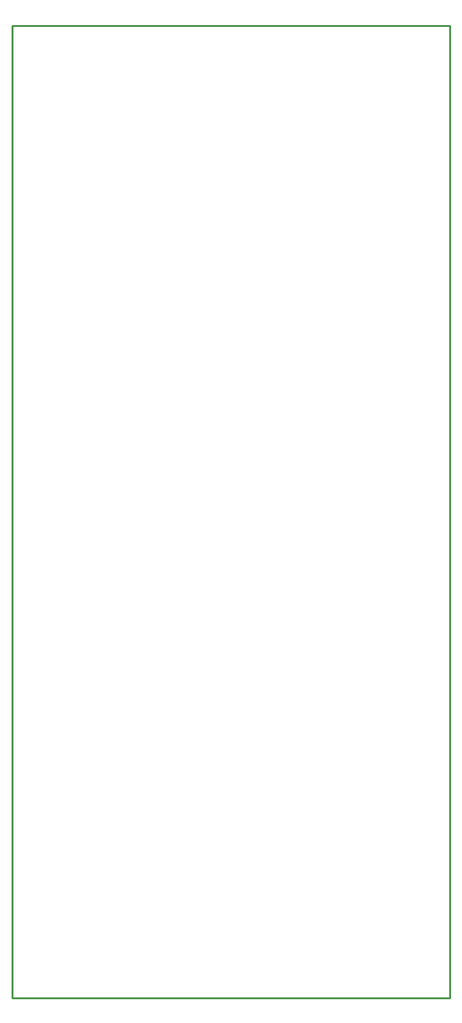
<source format=gm1>
G04 #@! TF.GenerationSoftware,KiCad,Pcbnew,(6.0.5)*
G04 #@! TF.CreationDate,2022-11-07T18:45:20-05:00*
G04 #@! TF.ProjectId,power-pcb,706f7765-722d-4706-9362-2e6b69636164,0.1*
G04 #@! TF.SameCoordinates,Original*
G04 #@! TF.FileFunction,Profile,NP*
%FSLAX45Y45*%
G04 Gerber Fmt 4.5, Leading zero omitted, Abs format (unit mm)*
G04 Created by KiCad (PCBNEW (6.0.5)) date 2022-11-07 18:45:20*
%MOMM*%
%LPD*%
G01*
G04 APERTURE LIST*
G04 #@! TA.AperFunction,Profile*
%ADD10C,0.254000*%
G04 #@! TD*
G04 APERTURE END LIST*
D10*
X17589500Y-16383000D02*
X17589500Y-3556000D01*
X17589500Y-3556000D02*
X11811000Y-3556000D01*
X11811000Y-16383000D02*
X17589500Y-16383000D01*
X11811000Y-3556000D02*
X11811000Y-16383000D01*
M02*

</source>
